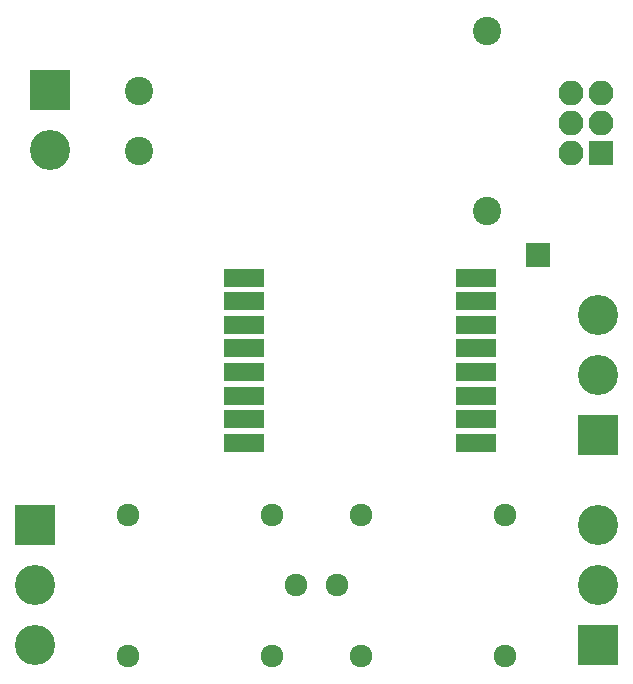
<source format=gbs>
G04 #@! TF.FileFunction,Soldermask,Bot*
%FSLAX46Y46*%
G04 Gerber Fmt 4.6, Leading zero omitted, Abs format (unit mm)*
G04 Created by KiCad (PCBNEW 4.0.5-e0-6337~49~ubuntu16.04.1) date Mon Jan 23 08:36:28 2017*
%MOMM*%
%LPD*%
G01*
G04 APERTURE LIST*
%ADD10C,0.100000*%
%ADD11C,3.400000*%
%ADD12R,3.400000X3.400000*%
%ADD13R,2.100000X2.100000*%
%ADD14O,2.100000X2.100000*%
%ADD15C,1.924000*%
%ADD16R,3.400000X1.600000*%
%ADD17C,2.400000*%
G04 APERTURE END LIST*
D10*
D11*
X110490000Y-76454000D03*
D12*
X110490000Y-71374000D03*
D13*
X151765000Y-85344000D03*
D14*
X154559000Y-71628000D03*
X157099000Y-71628000D03*
X154559000Y-74168000D03*
X157099000Y-74168000D03*
X154559000Y-76708000D03*
D13*
X157099000Y-76708000D03*
D12*
X156845000Y-118364000D03*
D11*
X156845000Y-113284000D03*
X156845000Y-108204000D03*
X109220000Y-118364000D03*
X109220000Y-113284000D03*
D12*
X109220000Y-108204000D03*
D11*
X156845000Y-90424000D03*
X156845000Y-95504000D03*
D12*
X156845000Y-100584000D03*
D15*
X136775000Y-107284000D03*
X136775000Y-119284000D03*
X148975000Y-119284000D03*
X148975000Y-107284000D03*
X134775000Y-113284000D03*
X131290000Y-113284000D03*
X117090000Y-119284000D03*
X117090000Y-107284000D03*
X129290000Y-107284000D03*
X129290000Y-119284000D03*
D16*
X146570000Y-101219000D03*
X146570000Y-99219000D03*
X146570000Y-97219000D03*
X146570000Y-95219000D03*
X146570000Y-93219000D03*
X146570000Y-91219000D03*
X146570000Y-89219000D03*
X146570000Y-87219000D03*
X126870000Y-87219000D03*
X126870000Y-89219000D03*
X126870000Y-91219000D03*
X126870000Y-93219000D03*
X126870000Y-95219000D03*
X126870000Y-97219000D03*
X126870000Y-99219000D03*
X126870000Y-101219000D03*
D17*
X118031001Y-71381001D03*
X118031001Y-76461001D03*
X147495001Y-66301001D03*
X147495001Y-81541001D03*
M02*

</source>
